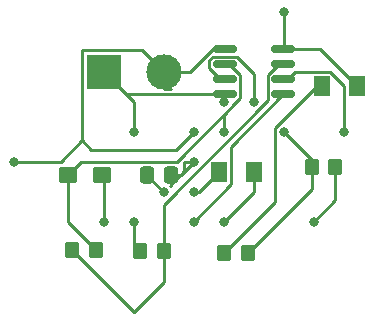
<source format=gbr>
%TF.GenerationSoftware,KiCad,Pcbnew,(6.0.10)*%
%TF.CreationDate,2023-02-17T09:16:45-08:00*%
%TF.ProjectId,Excercise2,45786365-7263-4697-9365-322e6b696361,rev?*%
%TF.SameCoordinates,Original*%
%TF.FileFunction,Copper,L1,Top*%
%TF.FilePolarity,Positive*%
%FSLAX46Y46*%
G04 Gerber Fmt 4.6, Leading zero omitted, Abs format (unit mm)*
G04 Created by KiCad (PCBNEW (6.0.10)) date 2023-02-17 09:16:45*
%MOMM*%
%LPD*%
G01*
G04 APERTURE LIST*
G04 Aperture macros list*
%AMRoundRect*
0 Rectangle with rounded corners*
0 $1 Rounding radius*
0 $2 $3 $4 $5 $6 $7 $8 $9 X,Y pos of 4 corners*
0 Add a 4 corners polygon primitive as box body*
4,1,4,$2,$3,$4,$5,$6,$7,$8,$9,$2,$3,0*
0 Add four circle primitives for the rounded corners*
1,1,$1+$1,$2,$3*
1,1,$1+$1,$4,$5*
1,1,$1+$1,$6,$7*
1,1,$1+$1,$8,$9*
0 Add four rect primitives between the rounded corners*
20,1,$1+$1,$2,$3,$4,$5,0*
20,1,$1+$1,$4,$5,$6,$7,0*
20,1,$1+$1,$6,$7,$8,$9,0*
20,1,$1+$1,$8,$9,$2,$3,0*%
G04 Aperture macros list end*
%TA.AperFunction,SMDPad,CuDef*%
%ADD10RoundRect,0.250000X-0.350000X-0.450000X0.350000X-0.450000X0.350000X0.450000X-0.350000X0.450000X0*%
%TD*%
%TA.AperFunction,SMDPad,CuDef*%
%ADD11RoundRect,0.250001X-0.462499X-0.624999X0.462499X-0.624999X0.462499X0.624999X-0.462499X0.624999X0*%
%TD*%
%TA.AperFunction,SMDPad,CuDef*%
%ADD12RoundRect,0.150000X-0.825000X-0.150000X0.825000X-0.150000X0.825000X0.150000X-0.825000X0.150000X0*%
%TD*%
%TA.AperFunction,SMDPad,CuDef*%
%ADD13RoundRect,0.250000X-0.337500X-0.475000X0.337500X-0.475000X0.337500X0.475000X-0.337500X0.475000X0*%
%TD*%
%TA.AperFunction,SMDPad,CuDef*%
%ADD14RoundRect,0.250000X-0.537500X-0.425000X0.537500X-0.425000X0.537500X0.425000X-0.537500X0.425000X0*%
%TD*%
%TA.AperFunction,ComponentPad*%
%ADD15R,3.000000X3.000000*%
%TD*%
%TA.AperFunction,ComponentPad*%
%ADD16C,3.000000*%
%TD*%
%TA.AperFunction,ViaPad*%
%ADD17C,0.800000*%
%TD*%
%TA.AperFunction,Conductor*%
%ADD18C,0.250000*%
%TD*%
G04 APERTURE END LIST*
D10*
%TO.P,R2,1*%
%TO.N,/pin_7*%
X134490000Y-93825000D03*
%TO.P,R2,2*%
%TO.N,/pin_2*%
X136490000Y-93825000D03*
%TD*%
D11*
%TO.P,D1,1,K*%
%TO.N,Net-(D1-Pad1)*%
X155647500Y-79970000D03*
%TO.P,D1,2,A*%
%TO.N,+9V*%
X158622500Y-79970000D03*
%TD*%
D10*
%TO.P,R4,1*%
%TO.N,/pin_3*%
X154780000Y-86825000D03*
%TO.P,R4,2*%
%TO.N,Net-(D2-Pad2)*%
X156780000Y-86825000D03*
%TD*%
D12*
%TO.P,U1,1,GND*%
%TO.N,GND*%
X147415000Y-76835000D03*
%TO.P,U1,2,TR*%
%TO.N,/pin_2*%
X147415000Y-78105000D03*
%TO.P,U1,3,Q*%
%TO.N,/pin_3*%
X147415000Y-79375000D03*
%TO.P,U1,4,R*%
%TO.N,+9V*%
X147415000Y-80645000D03*
%TO.P,U1,5,CV*%
%TO.N,Net-(C2-Pad1)*%
X152365000Y-80645000D03*
%TO.P,U1,6,THR*%
%TO.N,/pin_2*%
X152365000Y-79375000D03*
%TO.P,U1,7,DIS*%
%TO.N,/pin_7*%
X152365000Y-78105000D03*
%TO.P,U1,8,VCC*%
%TO.N,+9V*%
X152365000Y-76835000D03*
%TD*%
D10*
%TO.P,R1,1*%
%TO.N,+9V*%
X140240000Y-93935000D03*
%TO.P,R1,2*%
%TO.N,/pin_7*%
X142240000Y-93935000D03*
%TD*%
D11*
%TO.P,D2,1,K*%
%TO.N,GND*%
X146910000Y-87220000D03*
%TO.P,D2,2,A*%
%TO.N,Net-(D2-Pad2)*%
X149885000Y-87220000D03*
%TD*%
D13*
%TO.P,C2,1*%
%TO.N,Net-(C2-Pad1)*%
X140793752Y-87470000D03*
%TO.P,C2,2*%
%TO.N,GND*%
X142868752Y-87470000D03*
%TD*%
D14*
%TO.P,C1,1*%
%TO.N,/pin_2*%
X134122500Y-87500000D03*
%TO.P,C1,2*%
%TO.N,GND*%
X136997500Y-87500000D03*
%TD*%
D10*
%TO.P,R3,1*%
%TO.N,Net-(D1-Pad1)*%
X147350000Y-94075000D03*
%TO.P,R3,2*%
%TO.N,/pin_3*%
X149350000Y-94075000D03*
%TD*%
D15*
%TO.P,J1,1,Pin_1*%
%TO.N,+9V*%
X137160000Y-78740000D03*
D16*
%TO.P,J1,2,Pin_2*%
%TO.N,GND*%
X142240000Y-78740000D03*
%TD*%
D17*
%TO.N,/pin_2*%
X157480000Y-83820000D03*
X147320000Y-83820000D03*
X157480000Y-83820000D03*
%TO.N,GND*%
X144780000Y-88900000D03*
X144780000Y-83820000D03*
X144780000Y-86360000D03*
X129540000Y-86360000D03*
X137160000Y-91440000D03*
X144780000Y-86360000D03*
X144780000Y-83820000D03*
%TO.N,Net-(C2-Pad1)*%
X144780000Y-91440000D03*
X142240000Y-88900000D03*
X142240000Y-88900000D03*
%TO.N,+9V*%
X147320000Y-81280000D03*
X139700000Y-83820000D03*
X147320000Y-81280000D03*
X152400000Y-73660000D03*
X147320000Y-81280000D03*
X147320000Y-81280000D03*
X139700000Y-91440000D03*
%TO.N,Net-(D2-Pad2)*%
X154940000Y-91440000D03*
X147320000Y-91440000D03*
%TO.N,/pin_3*%
X152400000Y-83820000D03*
X149860000Y-81280000D03*
X152400000Y-83820000D03*
X152400000Y-83820000D03*
%TD*%
D18*
%TO.N,/pin_2*%
X148715000Y-79028249D02*
X148715000Y-80991751D01*
X147415000Y-78105000D02*
X147791751Y-78105000D01*
X148715000Y-80991751D02*
X143346751Y-86360000D01*
X147320000Y-82386751D02*
X148715000Y-80991751D01*
X152365000Y-79375000D02*
X152741751Y-79375000D01*
X156348172Y-78770000D02*
X157480000Y-79901828D01*
X157480000Y-79901828D02*
X157480000Y-83820000D01*
X147791751Y-78105000D02*
X148715000Y-79028249D01*
X135262500Y-86360000D02*
X134122500Y-87500000D01*
X152741751Y-79375000D02*
X153346751Y-78770000D01*
X143346751Y-86360000D02*
X135262500Y-86360000D01*
X153346751Y-78770000D02*
X156348172Y-78770000D01*
X134122500Y-91457500D02*
X136490000Y-93825000D01*
X134122500Y-87500000D02*
X134122500Y-91457500D01*
X147320000Y-83820000D02*
X147320000Y-82386751D01*
%TO.N,GND*%
X144496853Y-78740000D02*
X142240000Y-78740000D01*
X129540000Y-86360000D02*
X133510000Y-86360000D01*
X144780000Y-86360000D02*
X143670000Y-87470000D01*
X140415000Y-76915000D02*
X135335000Y-76915000D01*
X146401853Y-76835000D02*
X144496853Y-78740000D01*
X142240000Y-78740000D02*
X140415000Y-76915000D01*
X142240000Y-80195000D02*
X142868752Y-80195000D01*
X145230000Y-88900000D02*
X144780000Y-88900000D01*
X143274823Y-85325177D02*
X144780000Y-83820000D01*
X136997500Y-87500000D02*
X137160000Y-87662500D01*
X143983147Y-87156853D02*
X142752652Y-88387348D01*
X142240000Y-78740000D02*
X142240000Y-80195000D01*
X135335000Y-84535000D02*
X136125177Y-85325177D01*
X146910000Y-87220000D02*
X145230000Y-88900000D01*
X147415000Y-76835000D02*
X146401853Y-76835000D01*
X137160000Y-87662500D02*
X137160000Y-91440000D01*
X135335000Y-76915000D02*
X135335000Y-84535000D01*
X133510000Y-86360000D02*
X135335000Y-84535000D01*
X136125177Y-85325177D02*
X143274823Y-85325177D01*
X144780000Y-86360000D02*
X143983147Y-86360000D01*
X143983147Y-86360000D02*
X143983147Y-87156853D01*
X143670000Y-87470000D02*
X142868752Y-87470000D01*
%TO.N,Net-(C2-Pad1)*%
X142223752Y-88900000D02*
X140793752Y-87470000D01*
X142240000Y-88900000D02*
X142223752Y-88900000D01*
X152365000Y-80645000D02*
X147947500Y-85062500D01*
X147947500Y-88272500D02*
X144780000Y-91440000D01*
X147947500Y-85062500D02*
X147947500Y-88272500D01*
%TO.N,Net-(D1-Pad1)*%
X151675000Y-89750000D02*
X147350000Y-94075000D01*
X151675000Y-83519695D02*
X151675000Y-89750000D01*
X155647500Y-79970000D02*
X155224695Y-79970000D01*
X155224695Y-79970000D02*
X151675000Y-83519695D01*
%TO.N,+9V*%
X152400000Y-76800000D02*
X152400000Y-73660000D01*
X152365000Y-76835000D02*
X155487500Y-76835000D01*
X139700000Y-93395000D02*
X139700000Y-91440000D01*
X137160000Y-78740000D02*
X139065000Y-80645000D01*
X152365000Y-76835000D02*
X152400000Y-76800000D01*
X155487500Y-76835000D02*
X158622500Y-79970000D01*
X147320000Y-80740000D02*
X147415000Y-80645000D01*
X139065000Y-80645000D02*
X147415000Y-80645000D01*
X139700000Y-83820000D02*
X139700000Y-81280000D01*
X140240000Y-93935000D02*
X139700000Y-93395000D01*
X147320000Y-81280000D02*
X147320000Y-80740000D01*
X139700000Y-81280000D02*
X139065000Y-80645000D01*
%TO.N,Net-(D2-Pad2)*%
X147320000Y-91440000D02*
X149885000Y-88875000D01*
X156780000Y-86825000D02*
X156780000Y-89600000D01*
X156780000Y-89600000D02*
X154940000Y-91440000D01*
X149885000Y-88875000D02*
X149885000Y-87220000D01*
%TO.N,/pin_7*%
X151065000Y-81164328D02*
X151065000Y-79028249D01*
X139700000Y-99060000D02*
X142240000Y-96520000D01*
X134490000Y-93825000D02*
X134490000Y-93850000D01*
X151988249Y-78105000D02*
X152365000Y-78105000D01*
X142240000Y-93935000D02*
X142240000Y-89989328D01*
X142240000Y-89989328D02*
X151065000Y-81164328D01*
X134490000Y-93850000D02*
X139700000Y-99060000D01*
X142240000Y-96520000D02*
X142240000Y-93935000D01*
X151065000Y-79028249D02*
X151988249Y-78105000D01*
%TO.N,/pin_3*%
X154780000Y-86825000D02*
X154780000Y-86200000D01*
X154780000Y-88645000D02*
X154780000Y-86825000D01*
X146115000Y-78451751D02*
X147038249Y-79375000D01*
X146393249Y-77480000D02*
X146115000Y-77758249D01*
X146115000Y-77758249D02*
X146115000Y-78451751D01*
X149860000Y-81280000D02*
X149860000Y-78903249D01*
X149350000Y-94075000D02*
X154780000Y-88645000D01*
X154780000Y-86200000D02*
X152400000Y-83820000D01*
X147038249Y-79375000D02*
X147415000Y-79375000D01*
X148436751Y-77480000D02*
X146393249Y-77480000D01*
X149860000Y-78903249D02*
X148436751Y-77480000D01*
%TD*%
M02*

</source>
